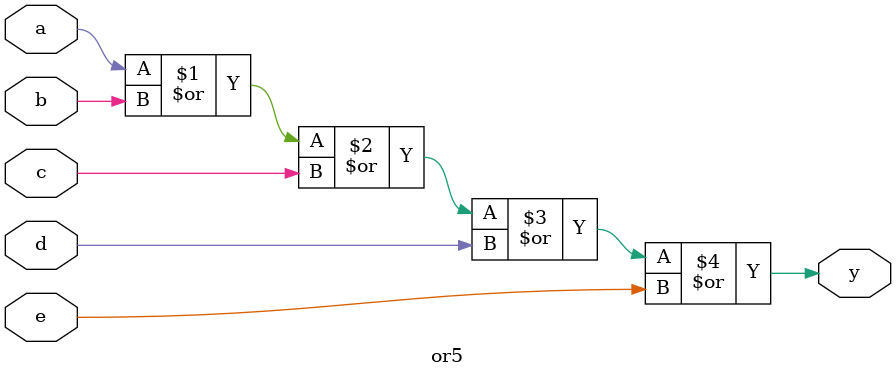
<source format=v>
module or5 (
    input a, b, c, d, e,
    output y
);

assign y = a | b | c | d | e;

endmodule
</source>
